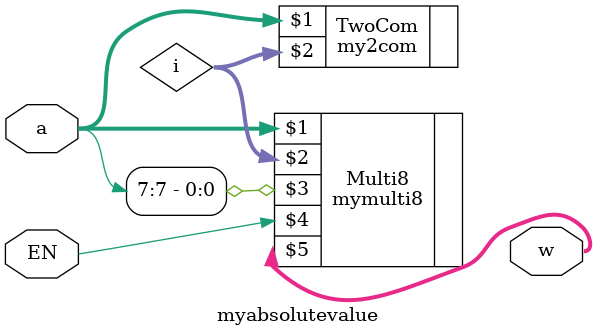
<source format=sv>
`timescale 1ns/1ns
module myabsolutevalue (input [7:0] a, input EN, output [7:0] w);
	wire [7:0] i;
	my2com TwoCom(a,i);
	mymulti8 Multi8(a,i,a[7],EN,w);
endmodule

</source>
